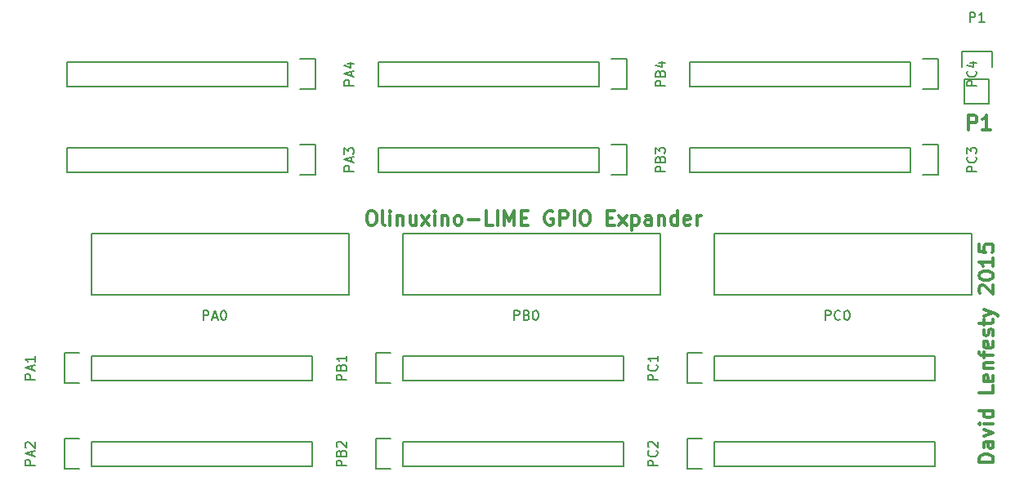
<source format=gto>
G04 #@! TF.FileFunction,Legend,Top*
%FSLAX46Y46*%
G04 Gerber Fmt 4.6, Leading zero omitted, Abs format (unit mm)*
G04 Created by KiCad (PCBNEW 4.0.0-rc2-stable) date Fri 13 Nov 2015 02:52:16 PM MST*
%MOMM*%
G01*
G04 APERTURE LIST*
%ADD10C,0.150000*%
%ADD11C,0.300000*%
G04 APERTURE END LIST*
D10*
D11*
X206672571Y-114155713D02*
X205172571Y-114155713D01*
X205172571Y-113798570D01*
X205244000Y-113584285D01*
X205386857Y-113441427D01*
X205529714Y-113369999D01*
X205815429Y-113298570D01*
X206029714Y-113298570D01*
X206315429Y-113369999D01*
X206458286Y-113441427D01*
X206601143Y-113584285D01*
X206672571Y-113798570D01*
X206672571Y-114155713D01*
X206672571Y-112012856D02*
X205886857Y-112012856D01*
X205744000Y-112084285D01*
X205672571Y-112227142D01*
X205672571Y-112512856D01*
X205744000Y-112655713D01*
X206601143Y-112012856D02*
X206672571Y-112155713D01*
X206672571Y-112512856D01*
X206601143Y-112655713D01*
X206458286Y-112727142D01*
X206315429Y-112727142D01*
X206172571Y-112655713D01*
X206101143Y-112512856D01*
X206101143Y-112155713D01*
X206029714Y-112012856D01*
X205672571Y-111441427D02*
X206672571Y-111084284D01*
X205672571Y-110727142D01*
X206672571Y-110155713D02*
X205672571Y-110155713D01*
X205172571Y-110155713D02*
X205244000Y-110227142D01*
X205315429Y-110155713D01*
X205244000Y-110084285D01*
X205172571Y-110155713D01*
X205315429Y-110155713D01*
X206672571Y-108798570D02*
X205172571Y-108798570D01*
X206601143Y-108798570D02*
X206672571Y-108941427D01*
X206672571Y-109227141D01*
X206601143Y-109369999D01*
X206529714Y-109441427D01*
X206386857Y-109512856D01*
X205958286Y-109512856D01*
X205815429Y-109441427D01*
X205744000Y-109369999D01*
X205672571Y-109227141D01*
X205672571Y-108941427D01*
X205744000Y-108798570D01*
X206672571Y-106227141D02*
X206672571Y-106941427D01*
X205172571Y-106941427D01*
X206601143Y-105155713D02*
X206672571Y-105298570D01*
X206672571Y-105584284D01*
X206601143Y-105727141D01*
X206458286Y-105798570D01*
X205886857Y-105798570D01*
X205744000Y-105727141D01*
X205672571Y-105584284D01*
X205672571Y-105298570D01*
X205744000Y-105155713D01*
X205886857Y-105084284D01*
X206029714Y-105084284D01*
X206172571Y-105798570D01*
X205672571Y-104441427D02*
X206672571Y-104441427D01*
X205815429Y-104441427D02*
X205744000Y-104369999D01*
X205672571Y-104227141D01*
X205672571Y-104012856D01*
X205744000Y-103869999D01*
X205886857Y-103798570D01*
X206672571Y-103798570D01*
X205672571Y-103298570D02*
X205672571Y-102727141D01*
X206672571Y-103084284D02*
X205386857Y-103084284D01*
X205244000Y-103012856D01*
X205172571Y-102869998D01*
X205172571Y-102727141D01*
X206601143Y-101655713D02*
X206672571Y-101798570D01*
X206672571Y-102084284D01*
X206601143Y-102227141D01*
X206458286Y-102298570D01*
X205886857Y-102298570D01*
X205744000Y-102227141D01*
X205672571Y-102084284D01*
X205672571Y-101798570D01*
X205744000Y-101655713D01*
X205886857Y-101584284D01*
X206029714Y-101584284D01*
X206172571Y-102298570D01*
X206601143Y-101012856D02*
X206672571Y-100869999D01*
X206672571Y-100584284D01*
X206601143Y-100441427D01*
X206458286Y-100369999D01*
X206386857Y-100369999D01*
X206244000Y-100441427D01*
X206172571Y-100584284D01*
X206172571Y-100798570D01*
X206101143Y-100941427D01*
X205958286Y-101012856D01*
X205886857Y-101012856D01*
X205744000Y-100941427D01*
X205672571Y-100798570D01*
X205672571Y-100584284D01*
X205744000Y-100441427D01*
X205672571Y-99941427D02*
X205672571Y-99369998D01*
X205172571Y-99727141D02*
X206458286Y-99727141D01*
X206601143Y-99655713D01*
X206672571Y-99512855D01*
X206672571Y-99369998D01*
X205672571Y-99012855D02*
X206672571Y-98655712D01*
X205672571Y-98298570D02*
X206672571Y-98655712D01*
X207029714Y-98798570D01*
X207101143Y-98869998D01*
X207172571Y-99012855D01*
X205315429Y-96655713D02*
X205244000Y-96584284D01*
X205172571Y-96441427D01*
X205172571Y-96084284D01*
X205244000Y-95941427D01*
X205315429Y-95869998D01*
X205458286Y-95798570D01*
X205601143Y-95798570D01*
X205815429Y-95869998D01*
X206672571Y-96727141D01*
X206672571Y-95798570D01*
X205172571Y-94869999D02*
X205172571Y-94727142D01*
X205244000Y-94584285D01*
X205315429Y-94512856D01*
X205458286Y-94441427D01*
X205744000Y-94369999D01*
X206101143Y-94369999D01*
X206386857Y-94441427D01*
X206529714Y-94512856D01*
X206601143Y-94584285D01*
X206672571Y-94727142D01*
X206672571Y-94869999D01*
X206601143Y-95012856D01*
X206529714Y-95084285D01*
X206386857Y-95155713D01*
X206101143Y-95227142D01*
X205744000Y-95227142D01*
X205458286Y-95155713D01*
X205315429Y-95084285D01*
X205244000Y-95012856D01*
X205172571Y-94869999D01*
X206672571Y-92941428D02*
X206672571Y-93798571D01*
X206672571Y-93369999D02*
X205172571Y-93369999D01*
X205386857Y-93512856D01*
X205529714Y-93655714D01*
X205601143Y-93798571D01*
X205172571Y-91584285D02*
X205172571Y-92298571D01*
X205886857Y-92370000D01*
X205815429Y-92298571D01*
X205744000Y-92155714D01*
X205744000Y-91798571D01*
X205815429Y-91655714D01*
X205886857Y-91584285D01*
X206029714Y-91512857D01*
X206386857Y-91512857D01*
X206529714Y-91584285D01*
X206601143Y-91655714D01*
X206672571Y-91798571D01*
X206672571Y-92155714D01*
X206601143Y-92298571D01*
X206529714Y-92370000D01*
X142111141Y-88078571D02*
X142396855Y-88078571D01*
X142539713Y-88150000D01*
X142682570Y-88292857D01*
X142753998Y-88578571D01*
X142753998Y-89078571D01*
X142682570Y-89364286D01*
X142539713Y-89507143D01*
X142396855Y-89578571D01*
X142111141Y-89578571D01*
X141968284Y-89507143D01*
X141825427Y-89364286D01*
X141753998Y-89078571D01*
X141753998Y-88578571D01*
X141825427Y-88292857D01*
X141968284Y-88150000D01*
X142111141Y-88078571D01*
X143611142Y-89578571D02*
X143468284Y-89507143D01*
X143396856Y-89364286D01*
X143396856Y-88078571D01*
X144182570Y-89578571D02*
X144182570Y-88578571D01*
X144182570Y-88078571D02*
X144111141Y-88150000D01*
X144182570Y-88221429D01*
X144253998Y-88150000D01*
X144182570Y-88078571D01*
X144182570Y-88221429D01*
X144896856Y-88578571D02*
X144896856Y-89578571D01*
X144896856Y-88721429D02*
X144968284Y-88650000D01*
X145111142Y-88578571D01*
X145325427Y-88578571D01*
X145468284Y-88650000D01*
X145539713Y-88792857D01*
X145539713Y-89578571D01*
X146896856Y-88578571D02*
X146896856Y-89578571D01*
X146253999Y-88578571D02*
X146253999Y-89364286D01*
X146325427Y-89507143D01*
X146468285Y-89578571D01*
X146682570Y-89578571D01*
X146825427Y-89507143D01*
X146896856Y-89435714D01*
X147468285Y-89578571D02*
X148253999Y-88578571D01*
X147468285Y-88578571D02*
X148253999Y-89578571D01*
X148825428Y-89578571D02*
X148825428Y-88578571D01*
X148825428Y-88078571D02*
X148753999Y-88150000D01*
X148825428Y-88221429D01*
X148896856Y-88150000D01*
X148825428Y-88078571D01*
X148825428Y-88221429D01*
X149539714Y-88578571D02*
X149539714Y-89578571D01*
X149539714Y-88721429D02*
X149611142Y-88650000D01*
X149754000Y-88578571D01*
X149968285Y-88578571D01*
X150111142Y-88650000D01*
X150182571Y-88792857D01*
X150182571Y-89578571D01*
X151111143Y-89578571D02*
X150968285Y-89507143D01*
X150896857Y-89435714D01*
X150825428Y-89292857D01*
X150825428Y-88864286D01*
X150896857Y-88721429D01*
X150968285Y-88650000D01*
X151111143Y-88578571D01*
X151325428Y-88578571D01*
X151468285Y-88650000D01*
X151539714Y-88721429D01*
X151611143Y-88864286D01*
X151611143Y-89292857D01*
X151539714Y-89435714D01*
X151468285Y-89507143D01*
X151325428Y-89578571D01*
X151111143Y-89578571D01*
X152254000Y-89007143D02*
X153396857Y-89007143D01*
X154825429Y-89578571D02*
X154111143Y-89578571D01*
X154111143Y-88078571D01*
X155325429Y-89578571D02*
X155325429Y-88078571D01*
X156039715Y-89578571D02*
X156039715Y-88078571D01*
X156539715Y-89150000D01*
X157039715Y-88078571D01*
X157039715Y-89578571D01*
X157754001Y-88792857D02*
X158254001Y-88792857D01*
X158468287Y-89578571D02*
X157754001Y-89578571D01*
X157754001Y-88078571D01*
X158468287Y-88078571D01*
X161039715Y-88150000D02*
X160896858Y-88078571D01*
X160682572Y-88078571D01*
X160468287Y-88150000D01*
X160325429Y-88292857D01*
X160254001Y-88435714D01*
X160182572Y-88721429D01*
X160182572Y-88935714D01*
X160254001Y-89221429D01*
X160325429Y-89364286D01*
X160468287Y-89507143D01*
X160682572Y-89578571D01*
X160825429Y-89578571D01*
X161039715Y-89507143D01*
X161111144Y-89435714D01*
X161111144Y-88935714D01*
X160825429Y-88935714D01*
X161754001Y-89578571D02*
X161754001Y-88078571D01*
X162325429Y-88078571D01*
X162468287Y-88150000D01*
X162539715Y-88221429D01*
X162611144Y-88364286D01*
X162611144Y-88578571D01*
X162539715Y-88721429D01*
X162468287Y-88792857D01*
X162325429Y-88864286D01*
X161754001Y-88864286D01*
X163254001Y-89578571D02*
X163254001Y-88078571D01*
X164254001Y-88078571D02*
X164539715Y-88078571D01*
X164682573Y-88150000D01*
X164825430Y-88292857D01*
X164896858Y-88578571D01*
X164896858Y-89078571D01*
X164825430Y-89364286D01*
X164682573Y-89507143D01*
X164539715Y-89578571D01*
X164254001Y-89578571D01*
X164111144Y-89507143D01*
X163968287Y-89364286D01*
X163896858Y-89078571D01*
X163896858Y-88578571D01*
X163968287Y-88292857D01*
X164111144Y-88150000D01*
X164254001Y-88078571D01*
X166682573Y-88792857D02*
X167182573Y-88792857D01*
X167396859Y-89578571D02*
X166682573Y-89578571D01*
X166682573Y-88078571D01*
X167396859Y-88078571D01*
X167896859Y-89578571D02*
X168682573Y-88578571D01*
X167896859Y-88578571D02*
X168682573Y-89578571D01*
X169254002Y-88578571D02*
X169254002Y-90078571D01*
X169254002Y-88650000D02*
X169396859Y-88578571D01*
X169682573Y-88578571D01*
X169825430Y-88650000D01*
X169896859Y-88721429D01*
X169968288Y-88864286D01*
X169968288Y-89292857D01*
X169896859Y-89435714D01*
X169825430Y-89507143D01*
X169682573Y-89578571D01*
X169396859Y-89578571D01*
X169254002Y-89507143D01*
X171254002Y-89578571D02*
X171254002Y-88792857D01*
X171182573Y-88650000D01*
X171039716Y-88578571D01*
X170754002Y-88578571D01*
X170611145Y-88650000D01*
X171254002Y-89507143D02*
X171111145Y-89578571D01*
X170754002Y-89578571D01*
X170611145Y-89507143D01*
X170539716Y-89364286D01*
X170539716Y-89221429D01*
X170611145Y-89078571D01*
X170754002Y-89007143D01*
X171111145Y-89007143D01*
X171254002Y-88935714D01*
X171968288Y-88578571D02*
X171968288Y-89578571D01*
X171968288Y-88721429D02*
X172039716Y-88650000D01*
X172182574Y-88578571D01*
X172396859Y-88578571D01*
X172539716Y-88650000D01*
X172611145Y-88792857D01*
X172611145Y-89578571D01*
X173968288Y-89578571D02*
X173968288Y-88078571D01*
X173968288Y-89507143D02*
X173825431Y-89578571D01*
X173539717Y-89578571D01*
X173396859Y-89507143D01*
X173325431Y-89435714D01*
X173254002Y-89292857D01*
X173254002Y-88864286D01*
X173325431Y-88721429D01*
X173396859Y-88650000D01*
X173539717Y-88578571D01*
X173825431Y-88578571D01*
X173968288Y-88650000D01*
X175254002Y-89507143D02*
X175111145Y-89578571D01*
X174825431Y-89578571D01*
X174682574Y-89507143D01*
X174611145Y-89364286D01*
X174611145Y-88792857D01*
X174682574Y-88650000D01*
X174825431Y-88578571D01*
X175111145Y-88578571D01*
X175254002Y-88650000D01*
X175325431Y-88792857D01*
X175325431Y-88935714D01*
X174611145Y-89078571D01*
X175968288Y-89578571D02*
X175968288Y-88578571D01*
X175968288Y-88864286D02*
X176039716Y-88721429D01*
X176111145Y-88650000D01*
X176254002Y-88578571D01*
X176396859Y-88578571D01*
X204124858Y-79672571D02*
X204124858Y-78172571D01*
X204696286Y-78172571D01*
X204839144Y-78244000D01*
X204910572Y-78315429D01*
X204982001Y-78458286D01*
X204982001Y-78672571D01*
X204910572Y-78815429D01*
X204839144Y-78886857D01*
X204696286Y-78958286D01*
X204124858Y-78958286D01*
X206410572Y-79672571D02*
X205553429Y-79672571D01*
X205982001Y-79672571D02*
X205982001Y-78172571D01*
X205839144Y-78386857D01*
X205696286Y-78529714D01*
X205553429Y-78601143D01*
D10*
X206248000Y-74422000D02*
X206248000Y-76962000D01*
X206528000Y-71602000D02*
X206528000Y-73152000D01*
X206248000Y-74422000D02*
X203708000Y-74422000D01*
X203428000Y-73152000D02*
X203428000Y-71602000D01*
X203428000Y-71602000D02*
X206528000Y-71602000D01*
X203708000Y-74422000D02*
X203708000Y-76962000D01*
X203708000Y-76962000D02*
X206248000Y-76962000D01*
X113284000Y-90424000D02*
X139954000Y-90424000D01*
X139954000Y-90424000D02*
X139954000Y-96774000D01*
X139954000Y-96774000D02*
X113284000Y-96774000D01*
X113284000Y-96774000D02*
X113284000Y-90424000D01*
X145542000Y-90424000D02*
X172212000Y-90424000D01*
X172212000Y-90424000D02*
X172212000Y-96774000D01*
X172212000Y-96774000D02*
X145542000Y-96774000D01*
X145542000Y-96774000D02*
X145542000Y-90424000D01*
X177800000Y-90424000D02*
X204470000Y-90424000D01*
X204470000Y-90424000D02*
X204470000Y-96774000D01*
X204470000Y-96774000D02*
X177800000Y-96774000D01*
X177800000Y-96774000D02*
X177800000Y-90424000D01*
X113284000Y-103124000D02*
X136144000Y-103124000D01*
X136144000Y-103124000D02*
X136144000Y-105664000D01*
X136144000Y-105664000D02*
X113284000Y-105664000D01*
X110464000Y-102844000D02*
X112014000Y-102844000D01*
X113284000Y-103124000D02*
X113284000Y-105664000D01*
X112014000Y-105944000D02*
X110464000Y-105944000D01*
X110464000Y-105944000D02*
X110464000Y-102844000D01*
X113284000Y-112014000D02*
X136144000Y-112014000D01*
X136144000Y-112014000D02*
X136144000Y-114554000D01*
X136144000Y-114554000D02*
X113284000Y-114554000D01*
X110464000Y-111734000D02*
X112014000Y-111734000D01*
X113284000Y-112014000D02*
X113284000Y-114554000D01*
X112014000Y-114834000D02*
X110464000Y-114834000D01*
X110464000Y-114834000D02*
X110464000Y-111734000D01*
X133604000Y-84074000D02*
X110744000Y-84074000D01*
X110744000Y-84074000D02*
X110744000Y-81534000D01*
X110744000Y-81534000D02*
X133604000Y-81534000D01*
X136424000Y-84354000D02*
X134874000Y-84354000D01*
X133604000Y-84074000D02*
X133604000Y-81534000D01*
X134874000Y-81254000D02*
X136424000Y-81254000D01*
X136424000Y-81254000D02*
X136424000Y-84354000D01*
X133604000Y-75184000D02*
X110744000Y-75184000D01*
X110744000Y-75184000D02*
X110744000Y-72644000D01*
X110744000Y-72644000D02*
X133604000Y-72644000D01*
X136424000Y-75464000D02*
X134874000Y-75464000D01*
X133604000Y-75184000D02*
X133604000Y-72644000D01*
X134874000Y-72364000D02*
X136424000Y-72364000D01*
X136424000Y-72364000D02*
X136424000Y-75464000D01*
X145542000Y-103124000D02*
X168402000Y-103124000D01*
X168402000Y-103124000D02*
X168402000Y-105664000D01*
X168402000Y-105664000D02*
X145542000Y-105664000D01*
X142722000Y-102844000D02*
X144272000Y-102844000D01*
X145542000Y-103124000D02*
X145542000Y-105664000D01*
X144272000Y-105944000D02*
X142722000Y-105944000D01*
X142722000Y-105944000D02*
X142722000Y-102844000D01*
X145542000Y-112014000D02*
X168402000Y-112014000D01*
X168402000Y-112014000D02*
X168402000Y-114554000D01*
X168402000Y-114554000D02*
X145542000Y-114554000D01*
X142722000Y-111734000D02*
X144272000Y-111734000D01*
X145542000Y-112014000D02*
X145542000Y-114554000D01*
X144272000Y-114834000D02*
X142722000Y-114834000D01*
X142722000Y-114834000D02*
X142722000Y-111734000D01*
X165862000Y-84074000D02*
X143002000Y-84074000D01*
X143002000Y-84074000D02*
X143002000Y-81534000D01*
X143002000Y-81534000D02*
X165862000Y-81534000D01*
X168682000Y-84354000D02*
X167132000Y-84354000D01*
X165862000Y-84074000D02*
X165862000Y-81534000D01*
X167132000Y-81254000D02*
X168682000Y-81254000D01*
X168682000Y-81254000D02*
X168682000Y-84354000D01*
X165862000Y-75184000D02*
X143002000Y-75184000D01*
X143002000Y-75184000D02*
X143002000Y-72644000D01*
X143002000Y-72644000D02*
X165862000Y-72644000D01*
X168682000Y-75464000D02*
X167132000Y-75464000D01*
X165862000Y-75184000D02*
X165862000Y-72644000D01*
X167132000Y-72364000D02*
X168682000Y-72364000D01*
X168682000Y-72364000D02*
X168682000Y-75464000D01*
X177800000Y-103124000D02*
X200660000Y-103124000D01*
X200660000Y-103124000D02*
X200660000Y-105664000D01*
X200660000Y-105664000D02*
X177800000Y-105664000D01*
X174980000Y-102844000D02*
X176530000Y-102844000D01*
X177800000Y-103124000D02*
X177800000Y-105664000D01*
X176530000Y-105944000D02*
X174980000Y-105944000D01*
X174980000Y-105944000D02*
X174980000Y-102844000D01*
X177800000Y-112014000D02*
X200660000Y-112014000D01*
X200660000Y-112014000D02*
X200660000Y-114554000D01*
X200660000Y-114554000D02*
X177800000Y-114554000D01*
X174980000Y-111734000D02*
X176530000Y-111734000D01*
X177800000Y-112014000D02*
X177800000Y-114554000D01*
X176530000Y-114834000D02*
X174980000Y-114834000D01*
X174980000Y-114834000D02*
X174980000Y-111734000D01*
X198120000Y-84074000D02*
X175260000Y-84074000D01*
X175260000Y-84074000D02*
X175260000Y-81534000D01*
X175260000Y-81534000D02*
X198120000Y-81534000D01*
X200940000Y-84354000D02*
X199390000Y-84354000D01*
X198120000Y-84074000D02*
X198120000Y-81534000D01*
X199390000Y-81254000D02*
X200940000Y-81254000D01*
X200940000Y-81254000D02*
X200940000Y-84354000D01*
X198120000Y-75184000D02*
X175260000Y-75184000D01*
X175260000Y-75184000D02*
X175260000Y-72644000D01*
X175260000Y-72644000D02*
X198120000Y-72644000D01*
X200940000Y-75464000D02*
X199390000Y-75464000D01*
X198120000Y-75184000D02*
X198120000Y-72644000D01*
X199390000Y-72364000D02*
X200940000Y-72364000D01*
X200940000Y-72364000D02*
X200940000Y-75464000D01*
X204239905Y-68504381D02*
X204239905Y-67504381D01*
X204620858Y-67504381D01*
X204716096Y-67552000D01*
X204763715Y-67599619D01*
X204811334Y-67694857D01*
X204811334Y-67837714D01*
X204763715Y-67932952D01*
X204716096Y-67980571D01*
X204620858Y-68028190D01*
X204239905Y-68028190D01*
X205763715Y-68504381D02*
X205192286Y-68504381D01*
X205478000Y-68504381D02*
X205478000Y-67504381D01*
X205382762Y-67647238D01*
X205287524Y-67742476D01*
X205192286Y-67790095D01*
X124817333Y-99416381D02*
X124817333Y-98416381D01*
X125198286Y-98416381D01*
X125293524Y-98464000D01*
X125341143Y-98511619D01*
X125388762Y-98606857D01*
X125388762Y-98749714D01*
X125341143Y-98844952D01*
X125293524Y-98892571D01*
X125198286Y-98940190D01*
X124817333Y-98940190D01*
X125769714Y-99130667D02*
X126245905Y-99130667D01*
X125674476Y-99416381D02*
X126007809Y-98416381D01*
X126341143Y-99416381D01*
X126864952Y-98416381D02*
X126960191Y-98416381D01*
X127055429Y-98464000D01*
X127103048Y-98511619D01*
X127150667Y-98606857D01*
X127198286Y-98797333D01*
X127198286Y-99035429D01*
X127150667Y-99225905D01*
X127103048Y-99321143D01*
X127055429Y-99368762D01*
X126960191Y-99416381D01*
X126864952Y-99416381D01*
X126769714Y-99368762D01*
X126722095Y-99321143D01*
X126674476Y-99225905D01*
X126626857Y-99035429D01*
X126626857Y-98797333D01*
X126674476Y-98606857D01*
X126722095Y-98511619D01*
X126769714Y-98464000D01*
X126864952Y-98416381D01*
X157003905Y-99416381D02*
X157003905Y-98416381D01*
X157384858Y-98416381D01*
X157480096Y-98464000D01*
X157527715Y-98511619D01*
X157575334Y-98606857D01*
X157575334Y-98749714D01*
X157527715Y-98844952D01*
X157480096Y-98892571D01*
X157384858Y-98940190D01*
X157003905Y-98940190D01*
X158337239Y-98892571D02*
X158480096Y-98940190D01*
X158527715Y-98987810D01*
X158575334Y-99083048D01*
X158575334Y-99225905D01*
X158527715Y-99321143D01*
X158480096Y-99368762D01*
X158384858Y-99416381D01*
X158003905Y-99416381D01*
X158003905Y-98416381D01*
X158337239Y-98416381D01*
X158432477Y-98464000D01*
X158480096Y-98511619D01*
X158527715Y-98606857D01*
X158527715Y-98702095D01*
X158480096Y-98797333D01*
X158432477Y-98844952D01*
X158337239Y-98892571D01*
X158003905Y-98892571D01*
X159194381Y-98416381D02*
X159289620Y-98416381D01*
X159384858Y-98464000D01*
X159432477Y-98511619D01*
X159480096Y-98606857D01*
X159527715Y-98797333D01*
X159527715Y-99035429D01*
X159480096Y-99225905D01*
X159432477Y-99321143D01*
X159384858Y-99368762D01*
X159289620Y-99416381D01*
X159194381Y-99416381D01*
X159099143Y-99368762D01*
X159051524Y-99321143D01*
X159003905Y-99225905D01*
X158956286Y-99035429D01*
X158956286Y-98797333D01*
X159003905Y-98606857D01*
X159051524Y-98511619D01*
X159099143Y-98464000D01*
X159194381Y-98416381D01*
X189261905Y-99416381D02*
X189261905Y-98416381D01*
X189642858Y-98416381D01*
X189738096Y-98464000D01*
X189785715Y-98511619D01*
X189833334Y-98606857D01*
X189833334Y-98749714D01*
X189785715Y-98844952D01*
X189738096Y-98892571D01*
X189642858Y-98940190D01*
X189261905Y-98940190D01*
X190833334Y-99321143D02*
X190785715Y-99368762D01*
X190642858Y-99416381D01*
X190547620Y-99416381D01*
X190404762Y-99368762D01*
X190309524Y-99273524D01*
X190261905Y-99178286D01*
X190214286Y-98987810D01*
X190214286Y-98844952D01*
X190261905Y-98654476D01*
X190309524Y-98559238D01*
X190404762Y-98464000D01*
X190547620Y-98416381D01*
X190642858Y-98416381D01*
X190785715Y-98464000D01*
X190833334Y-98511619D01*
X191452381Y-98416381D02*
X191547620Y-98416381D01*
X191642858Y-98464000D01*
X191690477Y-98511619D01*
X191738096Y-98606857D01*
X191785715Y-98797333D01*
X191785715Y-99035429D01*
X191738096Y-99225905D01*
X191690477Y-99321143D01*
X191642858Y-99368762D01*
X191547620Y-99416381D01*
X191452381Y-99416381D01*
X191357143Y-99368762D01*
X191309524Y-99321143D01*
X191261905Y-99225905D01*
X191214286Y-99035429D01*
X191214286Y-98797333D01*
X191261905Y-98606857D01*
X191309524Y-98511619D01*
X191357143Y-98464000D01*
X191452381Y-98416381D01*
X107366381Y-105560667D02*
X106366381Y-105560667D01*
X106366381Y-105179714D01*
X106414000Y-105084476D01*
X106461619Y-105036857D01*
X106556857Y-104989238D01*
X106699714Y-104989238D01*
X106794952Y-105036857D01*
X106842571Y-105084476D01*
X106890190Y-105179714D01*
X106890190Y-105560667D01*
X107080667Y-104608286D02*
X107080667Y-104132095D01*
X107366381Y-104703524D02*
X106366381Y-104370191D01*
X107366381Y-104036857D01*
X107366381Y-103179714D02*
X107366381Y-103751143D01*
X107366381Y-103465429D02*
X106366381Y-103465429D01*
X106509238Y-103560667D01*
X106604476Y-103655905D01*
X106652095Y-103751143D01*
X107366381Y-114450667D02*
X106366381Y-114450667D01*
X106366381Y-114069714D01*
X106414000Y-113974476D01*
X106461619Y-113926857D01*
X106556857Y-113879238D01*
X106699714Y-113879238D01*
X106794952Y-113926857D01*
X106842571Y-113974476D01*
X106890190Y-114069714D01*
X106890190Y-114450667D01*
X107080667Y-113498286D02*
X107080667Y-113022095D01*
X107366381Y-113593524D02*
X106366381Y-113260191D01*
X107366381Y-112926857D01*
X106461619Y-112641143D02*
X106414000Y-112593524D01*
X106366381Y-112498286D01*
X106366381Y-112260190D01*
X106414000Y-112164952D01*
X106461619Y-112117333D01*
X106556857Y-112069714D01*
X106652095Y-112069714D01*
X106794952Y-112117333D01*
X107366381Y-112688762D01*
X107366381Y-112069714D01*
X140426381Y-83970667D02*
X139426381Y-83970667D01*
X139426381Y-83589714D01*
X139474000Y-83494476D01*
X139521619Y-83446857D01*
X139616857Y-83399238D01*
X139759714Y-83399238D01*
X139854952Y-83446857D01*
X139902571Y-83494476D01*
X139950190Y-83589714D01*
X139950190Y-83970667D01*
X140140667Y-83018286D02*
X140140667Y-82542095D01*
X140426381Y-83113524D02*
X139426381Y-82780191D01*
X140426381Y-82446857D01*
X139426381Y-82208762D02*
X139426381Y-81589714D01*
X139807333Y-81923048D01*
X139807333Y-81780190D01*
X139854952Y-81684952D01*
X139902571Y-81637333D01*
X139997810Y-81589714D01*
X140235905Y-81589714D01*
X140331143Y-81637333D01*
X140378762Y-81684952D01*
X140426381Y-81780190D01*
X140426381Y-82065905D01*
X140378762Y-82161143D01*
X140331143Y-82208762D01*
X140426381Y-75080667D02*
X139426381Y-75080667D01*
X139426381Y-74699714D01*
X139474000Y-74604476D01*
X139521619Y-74556857D01*
X139616857Y-74509238D01*
X139759714Y-74509238D01*
X139854952Y-74556857D01*
X139902571Y-74604476D01*
X139950190Y-74699714D01*
X139950190Y-75080667D01*
X140140667Y-74128286D02*
X140140667Y-73652095D01*
X140426381Y-74223524D02*
X139426381Y-73890191D01*
X140426381Y-73556857D01*
X139759714Y-72794952D02*
X140426381Y-72794952D01*
X139378762Y-73033048D02*
X140093048Y-73271143D01*
X140093048Y-72652095D01*
X139624381Y-105632095D02*
X138624381Y-105632095D01*
X138624381Y-105251142D01*
X138672000Y-105155904D01*
X138719619Y-105108285D01*
X138814857Y-105060666D01*
X138957714Y-105060666D01*
X139052952Y-105108285D01*
X139100571Y-105155904D01*
X139148190Y-105251142D01*
X139148190Y-105632095D01*
X139100571Y-104298761D02*
X139148190Y-104155904D01*
X139195810Y-104108285D01*
X139291048Y-104060666D01*
X139433905Y-104060666D01*
X139529143Y-104108285D01*
X139576762Y-104155904D01*
X139624381Y-104251142D01*
X139624381Y-104632095D01*
X138624381Y-104632095D01*
X138624381Y-104298761D01*
X138672000Y-104203523D01*
X138719619Y-104155904D01*
X138814857Y-104108285D01*
X138910095Y-104108285D01*
X139005333Y-104155904D01*
X139052952Y-104203523D01*
X139100571Y-104298761D01*
X139100571Y-104632095D01*
X139624381Y-103108285D02*
X139624381Y-103679714D01*
X139624381Y-103394000D02*
X138624381Y-103394000D01*
X138767238Y-103489238D01*
X138862476Y-103584476D01*
X138910095Y-103679714D01*
X139624381Y-114522095D02*
X138624381Y-114522095D01*
X138624381Y-114141142D01*
X138672000Y-114045904D01*
X138719619Y-113998285D01*
X138814857Y-113950666D01*
X138957714Y-113950666D01*
X139052952Y-113998285D01*
X139100571Y-114045904D01*
X139148190Y-114141142D01*
X139148190Y-114522095D01*
X139100571Y-113188761D02*
X139148190Y-113045904D01*
X139195810Y-112998285D01*
X139291048Y-112950666D01*
X139433905Y-112950666D01*
X139529143Y-112998285D01*
X139576762Y-113045904D01*
X139624381Y-113141142D01*
X139624381Y-113522095D01*
X138624381Y-113522095D01*
X138624381Y-113188761D01*
X138672000Y-113093523D01*
X138719619Y-113045904D01*
X138814857Y-112998285D01*
X138910095Y-112998285D01*
X139005333Y-113045904D01*
X139052952Y-113093523D01*
X139100571Y-113188761D01*
X139100571Y-113522095D01*
X138719619Y-112569714D02*
X138672000Y-112522095D01*
X138624381Y-112426857D01*
X138624381Y-112188761D01*
X138672000Y-112093523D01*
X138719619Y-112045904D01*
X138814857Y-111998285D01*
X138910095Y-111998285D01*
X139052952Y-112045904D01*
X139624381Y-112617333D01*
X139624381Y-111998285D01*
X172684381Y-84042095D02*
X171684381Y-84042095D01*
X171684381Y-83661142D01*
X171732000Y-83565904D01*
X171779619Y-83518285D01*
X171874857Y-83470666D01*
X172017714Y-83470666D01*
X172112952Y-83518285D01*
X172160571Y-83565904D01*
X172208190Y-83661142D01*
X172208190Y-84042095D01*
X172160571Y-82708761D02*
X172208190Y-82565904D01*
X172255810Y-82518285D01*
X172351048Y-82470666D01*
X172493905Y-82470666D01*
X172589143Y-82518285D01*
X172636762Y-82565904D01*
X172684381Y-82661142D01*
X172684381Y-83042095D01*
X171684381Y-83042095D01*
X171684381Y-82708761D01*
X171732000Y-82613523D01*
X171779619Y-82565904D01*
X171874857Y-82518285D01*
X171970095Y-82518285D01*
X172065333Y-82565904D01*
X172112952Y-82613523D01*
X172160571Y-82708761D01*
X172160571Y-83042095D01*
X171684381Y-82137333D02*
X171684381Y-81518285D01*
X172065333Y-81851619D01*
X172065333Y-81708761D01*
X172112952Y-81613523D01*
X172160571Y-81565904D01*
X172255810Y-81518285D01*
X172493905Y-81518285D01*
X172589143Y-81565904D01*
X172636762Y-81613523D01*
X172684381Y-81708761D01*
X172684381Y-81994476D01*
X172636762Y-82089714D01*
X172589143Y-82137333D01*
X172684381Y-75152095D02*
X171684381Y-75152095D01*
X171684381Y-74771142D01*
X171732000Y-74675904D01*
X171779619Y-74628285D01*
X171874857Y-74580666D01*
X172017714Y-74580666D01*
X172112952Y-74628285D01*
X172160571Y-74675904D01*
X172208190Y-74771142D01*
X172208190Y-75152095D01*
X172160571Y-73818761D02*
X172208190Y-73675904D01*
X172255810Y-73628285D01*
X172351048Y-73580666D01*
X172493905Y-73580666D01*
X172589143Y-73628285D01*
X172636762Y-73675904D01*
X172684381Y-73771142D01*
X172684381Y-74152095D01*
X171684381Y-74152095D01*
X171684381Y-73818761D01*
X171732000Y-73723523D01*
X171779619Y-73675904D01*
X171874857Y-73628285D01*
X171970095Y-73628285D01*
X172065333Y-73675904D01*
X172112952Y-73723523D01*
X172160571Y-73818761D01*
X172160571Y-74152095D01*
X172017714Y-72723523D02*
X172684381Y-72723523D01*
X171636762Y-72961619D02*
X172351048Y-73199714D01*
X172351048Y-72580666D01*
X171882381Y-105632095D02*
X170882381Y-105632095D01*
X170882381Y-105251142D01*
X170930000Y-105155904D01*
X170977619Y-105108285D01*
X171072857Y-105060666D01*
X171215714Y-105060666D01*
X171310952Y-105108285D01*
X171358571Y-105155904D01*
X171406190Y-105251142D01*
X171406190Y-105632095D01*
X171787143Y-104060666D02*
X171834762Y-104108285D01*
X171882381Y-104251142D01*
X171882381Y-104346380D01*
X171834762Y-104489238D01*
X171739524Y-104584476D01*
X171644286Y-104632095D01*
X171453810Y-104679714D01*
X171310952Y-104679714D01*
X171120476Y-104632095D01*
X171025238Y-104584476D01*
X170930000Y-104489238D01*
X170882381Y-104346380D01*
X170882381Y-104251142D01*
X170930000Y-104108285D01*
X170977619Y-104060666D01*
X171882381Y-103108285D02*
X171882381Y-103679714D01*
X171882381Y-103394000D02*
X170882381Y-103394000D01*
X171025238Y-103489238D01*
X171120476Y-103584476D01*
X171168095Y-103679714D01*
X171882381Y-114522095D02*
X170882381Y-114522095D01*
X170882381Y-114141142D01*
X170930000Y-114045904D01*
X170977619Y-113998285D01*
X171072857Y-113950666D01*
X171215714Y-113950666D01*
X171310952Y-113998285D01*
X171358571Y-114045904D01*
X171406190Y-114141142D01*
X171406190Y-114522095D01*
X171787143Y-112950666D02*
X171834762Y-112998285D01*
X171882381Y-113141142D01*
X171882381Y-113236380D01*
X171834762Y-113379238D01*
X171739524Y-113474476D01*
X171644286Y-113522095D01*
X171453810Y-113569714D01*
X171310952Y-113569714D01*
X171120476Y-113522095D01*
X171025238Y-113474476D01*
X170930000Y-113379238D01*
X170882381Y-113236380D01*
X170882381Y-113141142D01*
X170930000Y-112998285D01*
X170977619Y-112950666D01*
X170977619Y-112569714D02*
X170930000Y-112522095D01*
X170882381Y-112426857D01*
X170882381Y-112188761D01*
X170930000Y-112093523D01*
X170977619Y-112045904D01*
X171072857Y-111998285D01*
X171168095Y-111998285D01*
X171310952Y-112045904D01*
X171882381Y-112617333D01*
X171882381Y-111998285D01*
X204942381Y-84042095D02*
X203942381Y-84042095D01*
X203942381Y-83661142D01*
X203990000Y-83565904D01*
X204037619Y-83518285D01*
X204132857Y-83470666D01*
X204275714Y-83470666D01*
X204370952Y-83518285D01*
X204418571Y-83565904D01*
X204466190Y-83661142D01*
X204466190Y-84042095D01*
X204847143Y-82470666D02*
X204894762Y-82518285D01*
X204942381Y-82661142D01*
X204942381Y-82756380D01*
X204894762Y-82899238D01*
X204799524Y-82994476D01*
X204704286Y-83042095D01*
X204513810Y-83089714D01*
X204370952Y-83089714D01*
X204180476Y-83042095D01*
X204085238Y-82994476D01*
X203990000Y-82899238D01*
X203942381Y-82756380D01*
X203942381Y-82661142D01*
X203990000Y-82518285D01*
X204037619Y-82470666D01*
X203942381Y-82137333D02*
X203942381Y-81518285D01*
X204323333Y-81851619D01*
X204323333Y-81708761D01*
X204370952Y-81613523D01*
X204418571Y-81565904D01*
X204513810Y-81518285D01*
X204751905Y-81518285D01*
X204847143Y-81565904D01*
X204894762Y-81613523D01*
X204942381Y-81708761D01*
X204942381Y-81994476D01*
X204894762Y-82089714D01*
X204847143Y-82137333D01*
X204942381Y-75152095D02*
X203942381Y-75152095D01*
X203942381Y-74771142D01*
X203990000Y-74675904D01*
X204037619Y-74628285D01*
X204132857Y-74580666D01*
X204275714Y-74580666D01*
X204370952Y-74628285D01*
X204418571Y-74675904D01*
X204466190Y-74771142D01*
X204466190Y-75152095D01*
X204847143Y-73580666D02*
X204894762Y-73628285D01*
X204942381Y-73771142D01*
X204942381Y-73866380D01*
X204894762Y-74009238D01*
X204799524Y-74104476D01*
X204704286Y-74152095D01*
X204513810Y-74199714D01*
X204370952Y-74199714D01*
X204180476Y-74152095D01*
X204085238Y-74104476D01*
X203990000Y-74009238D01*
X203942381Y-73866380D01*
X203942381Y-73771142D01*
X203990000Y-73628285D01*
X204037619Y-73580666D01*
X204275714Y-72723523D02*
X204942381Y-72723523D01*
X203894762Y-72961619D02*
X204609048Y-73199714D01*
X204609048Y-72580666D01*
M02*

</source>
